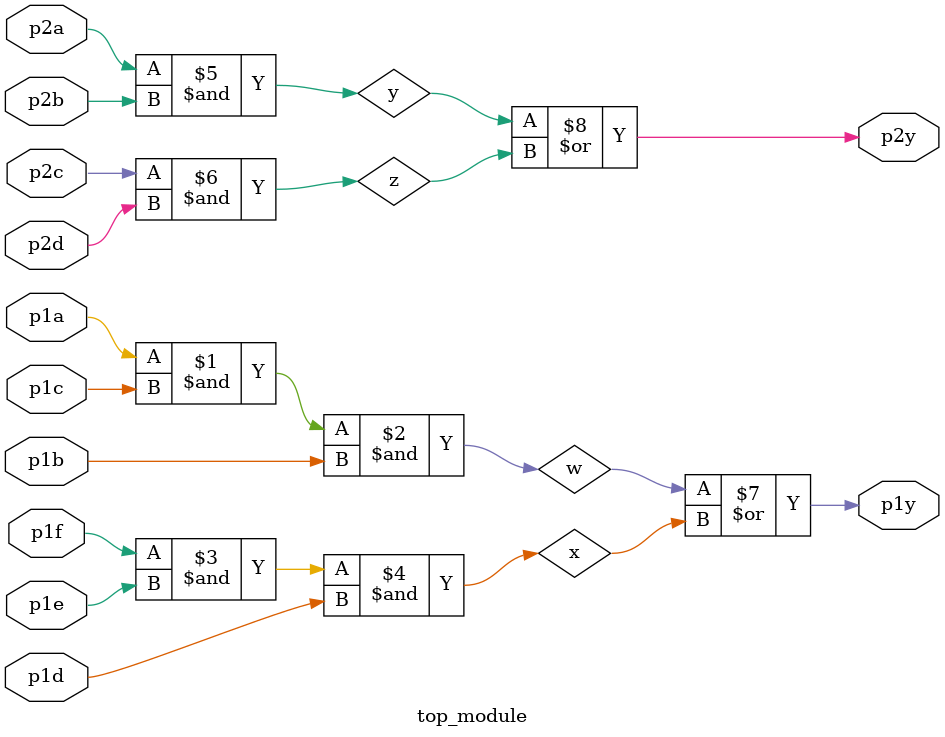
<source format=v>
module top_module ( 
    input p1a, p1b, p1c, p1d, p1e, p1f,
    output p1y,
    input p2a, p2b, p2c, p2d,
    output p2y );
    wire w,x,y,z;
    assign w=(p1a&p1c&p1b);
    assign x=(p1f&p1e&p1d);
    assign y=p2a&p2b;
    assign z=p2c&p2d;
    assign p1y=w|x;
    assign p2y=y|z;
    


endmodule

</source>
